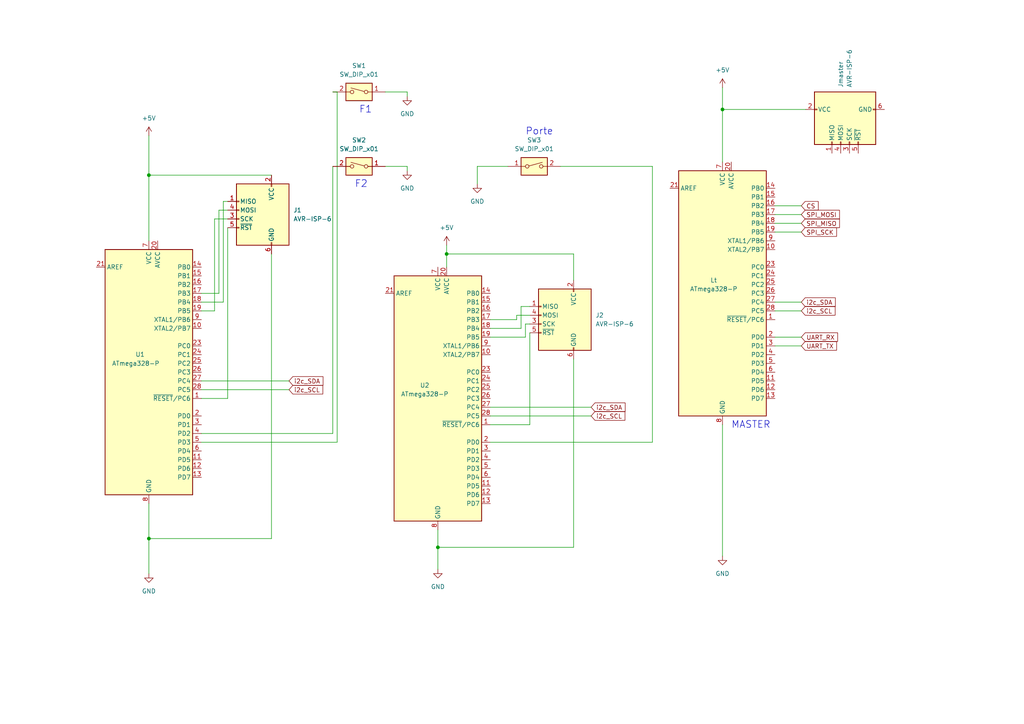
<source format=kicad_sch>
(kicad_sch (version 20230121) (generator eeschema)
  (paper "A4")
  (lib_symbols
    (symbol "Connector:AVR-ISP-6" (pin_names (offset 1.016))
      (property "Reference" "J" (at -6.35 11.43 0))
      (property "Value" "AVR-ISP-6" (at 0 11.43 0))
      (symbol "AVR-ISP-6_0_1"
        (rectangle (start -2.667 -6.858) (end -2.413 -7.62))
        (rectangle (start -2.667 10.16) (end -2.413 9.398))
        (rectangle (start 7.62 -2.413) (end 6.858 -2.667))
        (rectangle (start 7.62 0.127) (end 6.858 -0.127))
        (rectangle (start 7.62 2.667) (end 6.858 2.413))
        (rectangle (start 7.62 5.207) (end 6.858 4.953))
        (rectangle (start 7.62 10.16) (end -7.62 -7.62) (stroke (width 0.254)) (fill (type background)))
      )
      (symbol "AVR-ISP-6_1_1"
        (pin passive line (at 10.16 5.08 180) (length 2.54) (name "MISO") (number "1"))
        (pin passive line (at -2.54 12.7 270) (length 2.54) (name "VCC") (number "2"))
        (pin passive line (at 10.16 0 180) (length 2.54) (name "SCK") (number "3"))
        (pin passive line (at 10.16 2.54 180) (length 2.54) (name "MOSI") (number "4"))
        (pin passive line (at 10.16 -2.54 180) (length 2.54) (name "~{RST}") (number "5"))
        (pin passive line (at -2.54 -10.16 90) (length 2.54) (name "GND") (number "6"))
      )
    )
    (symbol "MCU_Microchip_ATmega:ATmega328-P"
      (property "Reference" "U" (at -12.7 36.83 0))
      (property "Value" "ATmega328-P" (at 2.54 -36.83 0))
      (symbol "ATmega328-P_0_1"
        (rectangle (start -12.7 -35.56) (end 12.7 35.56) (stroke (width 0.254)) (fill (type background)))
      )
      (symbol "ATmega328-P_1_1"
        (pin bidirectional line (at 15.24 -7.62 180) (length 2.54) (name "~{RESET}/PC6") (number "1"))
        (pin bidirectional line (at 15.24 12.7 180) (length 2.54) (name "XTAL2/PB7") (number "10"))
        (pin bidirectional line (at 15.24 -25.4 180) (length 2.54) (name "PD5") (number "11"))
        (pin bidirectional line (at 15.24 -27.94 180) (length 2.54) (name "PD6") (number "12"))
        (pin bidirectional line (at 15.24 -30.48 180) (length 2.54) (name "PD7") (number "13"))
        (pin bidirectional line (at 15.24 30.48 180) (length 2.54) (name "PB0") (number "14"))
        (pin bidirectional line (at 15.24 27.94 180) (length 2.54) (name "PB1") (number "15"))
        (pin bidirectional line (at 15.24 25.4 180) (length 2.54) (name "PB2") (number "16"))
        (pin bidirectional line (at 15.24 22.86 180) (length 2.54) (name "PB3") (number "17"))
        (pin bidirectional line (at 15.24 20.32 180) (length 2.54) (name "PB4") (number "18"))
        (pin bidirectional line (at 15.24 17.78 180) (length 2.54) (name "PB5") (number "19"))
        (pin bidirectional line (at 15.24 -12.7 180) (length 2.54) (name "PD0") (number "2"))
        (pin power_in line (at 2.54 38.1 270) (length 2.54) (name "AVCC") (number "20"))
        (pin passive line (at -15.24 30.48 0) (length 2.54) (name "AREF") (number "21"))
        (pin passive line (at 0 -38.1 90) (length 2.54) hide (name "GND") (number "22"))
        (pin bidirectional line (at 15.24 7.62 180) (length 2.54) (name "PC0") (number "23"))
        (pin bidirectional line (at 15.24 5.08 180) (length 2.54) (name "PC1") (number "24"))
        (pin bidirectional line (at 15.24 2.54 180) (length 2.54) (name "PC2") (number "25"))
        (pin bidirectional line (at 15.24 0 180) (length 2.54) (name "PC3") (number "26"))
        (pin bidirectional line (at 15.24 -2.54 180) (length 2.54) (name "PC4") (number "27"))
        (pin bidirectional line (at 15.24 -5.08 180) (length 2.54) (name "PC5") (number "28"))
        (pin bidirectional line (at 15.24 -15.24 180) (length 2.54) (name "PD1") (number "3"))
        (pin bidirectional line (at 15.24 -17.78 180) (length 2.54) (name "PD2") (number "4"))
        (pin bidirectional line (at 15.24 -20.32 180) (length 2.54) (name "PD3") (number "5"))
        (pin bidirectional line (at 15.24 -22.86 180) (length 2.54) (name "PD4") (number "6"))
        (pin power_in line (at 0 38.1 270) (length 2.54) (name "VCC") (number "7"))
        (pin power_in line (at 0 -38.1 90) (length 2.54) (name "GND") (number "8"))
        (pin bidirectional line (at 15.24 15.24 180) (length 2.54) (name "XTAL1/PB6") (number "9"))
      )
    )
    (symbol "Switch:SW_DIP_x01" (pin_names (offset 0) hide)
      (property "Reference" "SW" (at 0 3.81 0))
      (property "Value" "SW_DIP_x01" (at 0 -3.81 0))
      (symbol "SW_DIP_x01_0_0"
        (circle (center -2.032 0) (radius 0.508))
        (polyline (pts (xy -1.524 0.127) (xy 2.3622 1.1684)))
        (circle (center 2.032 0) (radius 0.508))
      )
      (symbol "SW_DIP_x01_0_1"
        (rectangle (start -3.81 2.54) (end 3.81 -2.54) (stroke (width 0.254)) (fill (type background)))
      )
      (symbol "SW_DIP_x01_1_1"
        (pin passive line (at -7.62 0 0) (length 5.08) (name "~") (number "1"))
        (pin passive line (at 7.62 0 180) (length 5.08) (name "~") (number "2"))
      )
    )
    (symbol "power:+5V" (power) (pin_names (offset 0))
      (property "Value" "+5V" (at 0 3.556 0))
      (symbol "+5V_0_1"
        (polyline (pts (xy -0.762 1.27) (xy 0 2.54)))
        (polyline (pts (xy 0 0) (xy 0 2.54)))
        (polyline (pts (xy 0 2.54) (xy 0.762 1.27)))
      )
      (symbol "+5V_1_1"
        (pin power_in line (at 0 0 90) (length 0) hide (name "+5V") (number "1"))
      )
    )
    (symbol "power:GND" (power) (pin_names (offset 0))
      (property "Value" "GND" (at 0 -3.81 0))
      (symbol "GND_0_1"
        (polyline (pts (xy 0 0) (xy 0 -1.27) (xy 1.27 -1.27) (xy 0 -2.54) (xy -1.27 -1.27) (xy 0 -1.27)))
      )
      (symbol "GND_1_1"
        (pin power_in line (at 0 0 270) (length 0) hide (name "GND") (number "1"))
      )
    )
  )
  (junction (at 129.54 73.66))
  (junction (at 43.18 50.8))
  (junction (at 209.55 31.75))
  (junction (at 127 158.75))
  (junction (at 43.18 156.21))
  (wire (pts (xy 58.42 113.03) (xy 83.82 113.03)))
  (wire (pts (xy 118.11 26.67) (xy 118.11 27.94)))
  (wire (pts (xy 66.04 63.5) (xy 62.23 63.5)))
  (wire (pts (xy 64.77 87.63) (xy 58.42 87.63)))
  (wire (pts (xy 224.79 97.79) (xy 232.41 97.79)))
  (wire (pts (xy 153.67 93.98) (xy 152.4 93.98)))
  (wire (pts (xy 66.04 60.96) (xy 63.5 60.96)))
  (wire (pts (xy 142.24 128.27) (xy 189.23 128.27)))
  (wire (pts (xy 166.37 158.75) (xy 127 158.75)))
  (wire (pts (xy 111.76 48.26) (xy 118.11 48.26)))
  (wire (pts (xy 62.23 63.5) (xy 62.23 90.17)))
  (wire (pts (xy 138.43 48.26) (xy 138.43 53.34)))
  (wire (pts (xy 78.74 156.21) (xy 43.18 156.21)))
  (wire (pts (xy 153.67 91.44) (xy 149.86 91.44)))
  (wire (pts (xy 149.86 91.44) (xy 149.86 92.71)))
  (wire (pts (xy 209.55 31.75) (xy 209.55 46.99)))
  (wire (pts (xy 147.32 48.26) (xy 138.43 48.26)))
  (wire (pts (xy 66.04 115.57) (xy 58.42 115.57)))
  (wire (pts (xy 209.55 25.4) (xy 209.55 31.75)))
  (wire (pts (xy 153.67 123.19) (xy 142.24 123.19)))
  (wire (pts (xy 209.55 123.19) (xy 209.55 161.29)))
  (wire (pts (xy 166.37 104.14) (xy 166.37 158.75)))
  (wire (pts (xy 63.5 85.09) (xy 58.42 85.09)))
  (wire (pts (xy 66.04 58.42) (xy 64.77 58.42)))
  (wire (pts (xy 43.18 156.21) (xy 43.18 166.37)))
  (wire (pts (xy 224.79 100.33) (xy 232.41 100.33)))
  (wire (pts (xy 43.18 50.8) (xy 43.18 69.85)))
  (wire (pts (xy 58.42 90.17) (xy 62.23 90.17)))
  (wire (pts (xy 142.24 120.65) (xy 171.45 120.65)))
  (wire (pts (xy 43.18 39.37) (xy 43.18 50.8)))
  (wire (pts (xy 166.37 73.66) (xy 129.54 73.66)))
  (wire (pts (xy 153.67 88.9) (xy 151.13 88.9)))
  (wire (pts (xy 224.79 67.31) (xy 232.41 67.31)))
  (wire (pts (xy 149.86 92.71) (xy 142.24 92.71)))
  (wire (pts (xy 224.79 87.63) (xy 232.41 87.63)))
  (wire (pts (xy 96.52 125.73) (xy 96.52 48.26)))
  (wire (pts (xy 78.74 73.66) (xy 78.74 156.21)))
  (wire (pts (xy 151.13 95.25) (xy 142.24 95.25)))
  (wire (pts (xy 66.04 66.04) (xy 66.04 115.57)))
  (wire (pts (xy 151.13 88.9) (xy 151.13 95.25)))
  (wire (pts (xy 127 158.75) (xy 127 165.1)))
  (wire (pts (xy 224.79 90.17) (xy 232.41 90.17)))
  (wire (pts (xy 129.54 73.66) (xy 129.54 71.12)))
  (wire (pts (xy 111.76 26.67) (xy 118.11 26.67)))
  (wire (pts (xy 162.56 48.26) (xy 189.23 48.26)))
  (wire (pts (xy 153.67 96.52) (xy 153.67 123.19)))
  (wire (pts (xy 63.5 60.96) (xy 63.5 85.09)))
  (wire (pts (xy 97.79 26.67) (xy 97.79 128.27)))
  (wire (pts (xy 209.55 31.75) (xy 233.68 31.75)))
  (wire (pts (xy 166.37 81.28) (xy 166.37 73.66)))
  (wire (pts (xy 152.4 93.98) (xy 152.4 97.79)))
  (wire (pts (xy 189.23 48.26) (xy 189.23 128.27)))
  (wire (pts (xy 127 153.67) (xy 127 158.75)))
  (wire (pts (xy 129.54 77.47) (xy 129.54 73.66)))
  (wire (pts (xy 224.79 62.23) (xy 232.41 62.23)))
  (wire (pts (xy 118.11 48.26) (xy 118.11 49.53)))
  (wire (pts (xy 224.79 64.77) (xy 232.41 64.77)))
  (wire (pts (xy 96.52 26.67) (xy 97.79 26.67)))
  (wire (pts (xy 97.79 128.27) (xy 58.42 128.27)))
  (wire (pts (xy 43.18 50.8) (xy 78.74 50.8)))
  (wire (pts (xy 58.42 110.49) (xy 83.82 110.49)))
  (wire (pts (xy 224.79 59.69) (xy 232.41 59.69)))
  (wire (pts (xy 58.42 125.73) (xy 96.52 125.73)))
  (wire (pts (xy 64.77 58.42) (xy 64.77 87.63)))
  (wire (pts (xy 43.18 146.05) (xy 43.18 156.21)))
  (wire (pts (xy 142.24 118.11) (xy 171.45 118.11)))
  (wire (pts (xy 152.4 97.79) (xy 142.24 97.79)))
  (text "F2\n" (at 102.87 54.61 0) (effects (font (size 2 2)) (justify left bottom)))
  (text "F1" (at 104.14 33.02 0) (effects (font (size 2 2)) (justify left bottom)))
  (text "Porte" (at 152.4 39.37 0) (effects (font (size 2 2)) (justify left bottom)))
  (text "MASTER" (at 212.09 124.46 0) (effects (font (size 2 2)) (justify left bottom)))
  (global_label "i2c_SCL" (shape input) (at 83.82 113.03 0) (property "Intersheetrefs" "${INTERSHEET_REFS}" (effects hide)))
  (global_label "UART_RX" (shape input) (at 232.41 97.79 0) (property "Intersheetrefs" "${INTERSHEET_REFS}" (effects hide)))
  (global_label "i2c_SDA" (shape input) (at 232.41 87.63 0) (property "Intersheetrefs" "${INTERSHEET_REFS}" (effects hide)))
  (global_label "UART_TX" (shape input) (at 232.41 100.33 0) (property "Intersheetrefs" "${INTERSHEET_REFS}" (effects hide)))
  (global_label "SPI_MISO" (shape input) (at 232.41 64.77 0) (property "Intersheetrefs" "${INTERSHEET_REFS}" (effects hide)))
  (global_label "i2c_SDA" (shape input) (at 171.45 118.11 0) (property "Intersheetrefs" "${INTERSHEET_REFS}" (effects hide)))
  (global_label "SPI_SCK" (shape input) (at 232.41 67.31 0) (property "Intersheetrefs" "${INTERSHEET_REFS}" (effects hide)))
  (global_label "i2c_SCL" (shape input) (at 171.45 120.65 0) (property "Intersheetrefs" "${INTERSHEET_REFS}" (effects hide)))
  (global_label "SPI_MOSI" (shape input) (at 232.41 62.23 0) (property "Intersheetrefs" "${INTERSHEET_REFS}" (effects hide)))
  (global_label "CS" (shape input) (at 232.41 59.69 0) (property "Intersheetrefs" "${INTERSHEET_REFS}" (effects hide)))
  (global_label "i2c_SCL" (shape input) (at 232.41 90.17 0) (property "Intersheetrefs" "${INTERSHEET_REFS}" (effects hide)))
  (global_label "i2c_SDA" (shape input) (at 83.82 110.49 0) (property "Intersheetrefs" "${INTERSHEET_REFS}" (effects hide)))
  (symbol (lib_id "MCU_Microchip_ATmega:ATmega328-P") (at 209.55 85.09 0) (unit 1)
    (property "Reference" "Lt" (at 207.01 81.28 0))
    (property "Value" "ATmega328-P" (at 207.01 83.82 0))
    (property "Footprint" "Package_DIP:DIP-28_W7.62mm" (effects hide))
    (property "Datasheet" "http://ww1.microchip.com/downloads/en/DeviceDoc/ATmega328_P%20AVR%20MCU%20with%20picoPower%20Technology%20Data%20Sheet%2040001984A.pdf" (effects hide))
  )
  (symbol (lib_id "power:+5V") (at 43.18 39.37 0) (unit 1)
    (property "Reference" "#PWR01" (effects hide))
    (property "Value" "+5V" (at 43.18 34.29 0))
  )
  (symbol (lib_id "Connector:AVR-ISP-6") (at 76.2 63.5 0) (mirror y) (unit 1)
    (property "Reference" "J1" (at 85.09 60.96 0) (effects (justify right)))
    (property "Value" "AVR-ISP-6" (at 85.09 63.5 0) (effects (justify right)))
    (property "Footprint" "Connector_IDC:IDC-Header_2x03_P2.54mm_Vertical" (effects hide))
    (property "Datasheet" " ~" (effects hide))
  )
  (symbol (lib_id "Switch:SW_DIP_x01") (at 104.14 26.67 0) (mirror y) (unit 1)
    (property "Reference" "SW1" (at 104.14 19.05 0))
    (property "Value" "SW_DIP_x01" (at 104.14 21.59 0))
  )
  (symbol (lib_id "power:GND") (at 127 165.1 0) (unit 1)
    (property "Reference" "#PWR016" (effects hide))
    (property "Value" "GND" (at 127 170.18 0))
  )
  (symbol (lib_id "power:GND") (at 43.18 166.37 0) (unit 1)
    (property "Reference" "#PWR015" (effects hide))
    (property "Value" "GND" (at 43.18 171.45 0))
  )
  (symbol (lib_id "Connector:AVR-ISP-6") (at 246.38 34.29 90) (mirror x) (unit 1)
    (property "Reference" "Jmaster" (at 243.84 25.4 0) (effects (justify right)))
    (property "Value" "AVR-ISP-6" (at 246.38 25.4 0) (effects (justify right)))
    (property "Footprint" "Connector_IDC:IDC-Header_2x03_P2.54mm_Vertical" (effects hide))
    (property "Datasheet" " ~" (effects hide))
  )
  (symbol (lib_id "Switch:SW_DIP_x01") (at 154.94 48.26 0) (unit 1)
    (property "Reference" "SW3" (at 154.94 40.64 0))
    (property "Value" "SW_DIP_x01" (at 154.94 43.18 0))
  )
  (symbol (lib_id "Switch:SW_DIP_x01") (at 104.14 48.26 0) (mirror y) (unit 1)
    (property "Reference" "SW2" (at 104.14 40.64 0))
    (property "Value" "SW_DIP_x01" (at 104.14 43.18 0))
  )
  (symbol (lib_id "power:GND") (at 138.43 53.34 0) (unit 1)
    (property "Reference" "#PWR06" (effects hide))
    (property "Value" "GND" (at 138.43 58.42 0))
  )
  (symbol (lib_id "power:GND") (at 209.55 161.29 0) (unit 1)
    (property "Reference" "#PWR017" (effects hide))
    (property "Value" "GND" (at 209.55 166.37 0))
  )
  (symbol (lib_id "Connector:AVR-ISP-6") (at 163.83 93.98 0) (mirror y) (unit 1)
    (property "Reference" "J2" (at 172.72 91.44 0) (effects (justify right)))
    (property "Value" "AVR-ISP-6" (at 172.72 93.98 0) (effects (justify right)))
    (property "Footprint" "Connector_IDC:IDC-Header_2x03_P2.54mm_Vertical" (effects hide))
    (property "Datasheet" " ~" (effects hide))
  )
  (symbol (lib_id "power:GND") (at 118.11 27.94 0) (mirror y) (unit 1)
    (property "Reference" "#PWR04" (effects hide))
    (property "Value" "GND" (at 118.11 33.02 0))
  )
  (symbol (lib_id "power:+5V") (at 209.55 25.4 0) (unit 1)
    (property "Reference" "#PWR03" (effects hide))
    (property "Value" "+5V" (at 209.55 20.32 0))
  )
  (symbol (lib_id "MCU_Microchip_ATmega:ATmega328-P") (at 127 115.57 0) (unit 1)
    (property "Reference" "U2" (at 123.19 111.76 0))
    (property "Value" "ATmega328-P" (at 123.19 114.3 0))
    (property "Footprint" "Package_DIP:DIP-28_W7.62mm" (effects hide))
    (property "Datasheet" "http://ww1.microchip.com/downloads/en/DeviceDoc/ATmega328_P%20AVR%20MCU%20with%20picoPower%20Technology%20Data%20Sheet%2040001984A.pdf" (effects hide))
  )
  (symbol (lib_id "MCU_Microchip_ATmega:ATmega328-P") (at 43.18 107.95 0) (unit 1)
    (property "Reference" "U1" (at 40.64 102.7939 0))
    (property "Value" "ATmega328-P" (at 39.37 105.41 0))
    (property "Footprint" "Package_DIP:DIP-28_W7.62mm" (effects hide))
    (property "Datasheet" "http://ww1.microchip.com/downloads/en/DeviceDoc/ATmega328_P%20AVR%20MCU%20with%20picoPower%20Technology%20Data%20Sheet%2040001984A.pdf" (effects hide))
  )
  (symbol (lib_id "power:GND") (at 118.11 49.53 0) (mirror y) (unit 1)
    (property "Reference" "#PWR05" (effects hide))
    (property "Value" "GND" (at 118.11 54.61 0))
  )
  (symbol (lib_id "power:+5V") (at 129.54 71.12 0) (unit 1)
    (property "Reference" "#PWR02" (effects hide))
    (property "Value" "+5V" (at 129.54 66.04 0))
  )
  (sheet (at 308.61 57.15) (size 25.4 3.81) (stroke (width 0.1524))
    (property "Sheetname" "SPI section" (at 308.61 56.4384 0) (effects (justify left bottom)))
    (property "Sheetfile" "untitled.kicad_sch" (at 308.61 61.5446 0) (effects (justify left top)))
  )
  (sheet (at 308.61 67.31) (size 25.4 3.81) (stroke (width 0.1524))
    (property "Sheetname" "Photon" (at 308.61 66.5984 0) (effects (justify left bottom)))
    (property "Sheetfile" "Photon.kicad_sch" (at 308.61 71.7046 0) (effects (justify left top)))
  )
)
</source>
